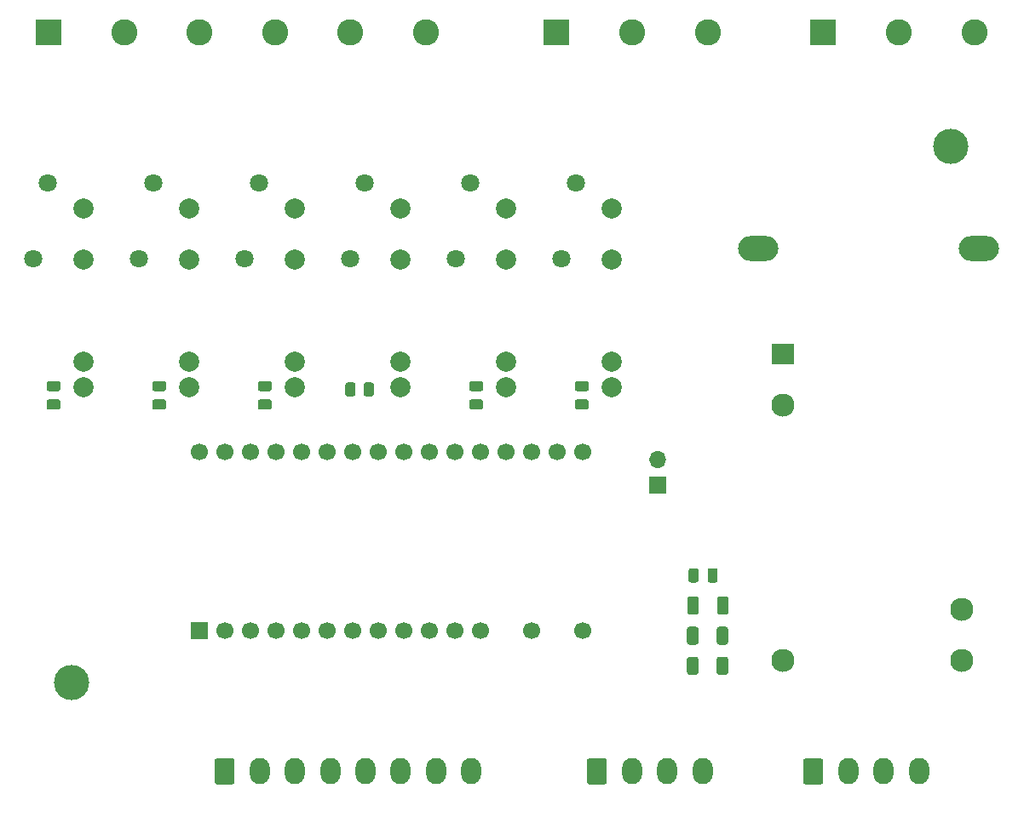
<source format=gbr>
%TF.GenerationSoftware,KiCad,Pcbnew,5.1.7-a382d34a8~87~ubuntu18.04.1*%
%TF.CreationDate,2020-10-18T18:02:23+02:00*%
%TF.ProjectId,thermodrive,74686572-6d6f-4647-9269-76652e6b6963,rev?*%
%TF.SameCoordinates,Original*%
%TF.FileFunction,Soldermask,Bot*%
%TF.FilePolarity,Negative*%
%FSLAX46Y46*%
G04 Gerber Fmt 4.6, Leading zero omitted, Abs format (unit mm)*
G04 Created by KiCad (PCBNEW 5.1.7-a382d34a8~87~ubuntu18.04.1) date 2020-10-18 18:02:23*
%MOMM*%
%LPD*%
G01*
G04 APERTURE LIST*
%ADD10C,3.500000*%
%ADD11C,1.700000*%
%ADD12R,1.700000X1.700000*%
%ADD13O,1.700000X1.700000*%
%ADD14O,2.000000X2.600000*%
%ADD15C,1.800000*%
%ADD16C,2.300000*%
%ADD17R,2.300000X2.000000*%
%ADD18O,4.000000X2.500000*%
%ADD19C,1.998980*%
%ADD20C,2.600000*%
%ADD21R,2.600000X2.600000*%
G04 APERTURE END LIST*
D10*
%TO.C,REF\u002A\u002A*%
X114200000Y-60800000D03*
%TD*%
%TO.C,REF\u002A\u002A*%
X26800000Y-114200000D03*
%TD*%
%TO.C,R4*%
G36*
G01*
X55012500Y-84549998D02*
X55012500Y-85450002D01*
G75*
G02*
X54762502Y-85700000I-249998J0D01*
G01*
X54237498Y-85700000D01*
G75*
G02*
X53987500Y-85450002I0J249998D01*
G01*
X53987500Y-84549998D01*
G75*
G02*
X54237498Y-84300000I249998J0D01*
G01*
X54762502Y-84300000D01*
G75*
G02*
X55012500Y-84549998I0J-249998D01*
G01*
G37*
G36*
G01*
X56837500Y-84549998D02*
X56837500Y-85450002D01*
G75*
G02*
X56587502Y-85700000I-249998J0D01*
G01*
X56062498Y-85700000D01*
G75*
G02*
X55812500Y-85450002I0J249998D01*
G01*
X55812500Y-84549998D01*
G75*
G02*
X56062498Y-84300000I249998J0D01*
G01*
X56587502Y-84300000D01*
G75*
G02*
X56837500Y-84549998I0J-249998D01*
G01*
G37*
%TD*%
D11*
%TO.C,U7*%
X39500000Y-91220000D03*
X42040000Y-91220000D03*
X44580000Y-91220000D03*
X47120000Y-91220000D03*
X49660000Y-91220000D03*
X52200000Y-91220000D03*
X54740000Y-91220000D03*
X57280000Y-91220000D03*
X59820000Y-91220000D03*
X62360000Y-91220000D03*
X64900000Y-91220000D03*
X67440000Y-91220000D03*
X69980000Y-91220000D03*
X72520000Y-91220000D03*
X75060000Y-91220000D03*
X77600000Y-91220000D03*
X77600000Y-109000000D03*
X72520000Y-109000000D03*
X67440000Y-109000000D03*
X64900000Y-109000000D03*
X62360000Y-109000000D03*
X59820000Y-109000000D03*
X57280000Y-109000000D03*
X54740000Y-109000000D03*
X52200000Y-109000000D03*
X49660000Y-109000000D03*
X47120000Y-109000000D03*
X44580000Y-109000000D03*
X42040000Y-109000000D03*
D12*
X39500000Y-109000000D03*
%TD*%
D13*
%TO.C,JP1*%
X85000000Y-91960000D03*
D12*
X85000000Y-94500000D03*
%TD*%
D14*
%TO.C,J6*%
X89500000Y-123000000D03*
X86000000Y-123000000D03*
X82500000Y-123000000D03*
G36*
G01*
X78000000Y-124050000D02*
X78000000Y-121950000D01*
G75*
G02*
X78250000Y-121700000I250000J0D01*
G01*
X79750000Y-121700000D01*
G75*
G02*
X80000000Y-121950000I0J-250000D01*
G01*
X80000000Y-124050000D01*
G75*
G02*
X79750000Y-124300000I-250000J0D01*
G01*
X78250000Y-124300000D01*
G75*
G02*
X78000000Y-124050000I0J250000D01*
G01*
G37*
%TD*%
%TO.C,C4*%
G36*
G01*
X89100000Y-108849999D02*
X89100000Y-110150001D01*
G75*
G02*
X88850001Y-110400000I-249999J0D01*
G01*
X88199999Y-110400000D01*
G75*
G02*
X87950000Y-110150001I0J249999D01*
G01*
X87950000Y-108849999D01*
G75*
G02*
X88199999Y-108600000I249999J0D01*
G01*
X88850001Y-108600000D01*
G75*
G02*
X89100000Y-108849999I0J-249999D01*
G01*
G37*
G36*
G01*
X92050000Y-108849999D02*
X92050000Y-110150001D01*
G75*
G02*
X91800001Y-110400000I-249999J0D01*
G01*
X91149999Y-110400000D01*
G75*
G02*
X90900000Y-110150001I0J249999D01*
G01*
X90900000Y-108849999D01*
G75*
G02*
X91149999Y-108600000I249999J0D01*
G01*
X91800001Y-108600000D01*
G75*
G02*
X92050000Y-108849999I0J-249999D01*
G01*
G37*
%TD*%
%TO.C,C3*%
G36*
G01*
X89100000Y-111849999D02*
X89100000Y-113150001D01*
G75*
G02*
X88850001Y-113400000I-249999J0D01*
G01*
X88199999Y-113400000D01*
G75*
G02*
X87950000Y-113150001I0J249999D01*
G01*
X87950000Y-111849999D01*
G75*
G02*
X88199999Y-111600000I249999J0D01*
G01*
X88850001Y-111600000D01*
G75*
G02*
X89100000Y-111849999I0J-249999D01*
G01*
G37*
G36*
G01*
X92050000Y-111849999D02*
X92050000Y-113150001D01*
G75*
G02*
X91800001Y-113400000I-249999J0D01*
G01*
X91149999Y-113400000D01*
G75*
G02*
X90900000Y-113150001I0J249999D01*
G01*
X90900000Y-111849999D01*
G75*
G02*
X91149999Y-111600000I249999J0D01*
G01*
X91800001Y-111600000D01*
G75*
G02*
X92050000Y-111849999I0J-249999D01*
G01*
G37*
%TD*%
%TO.C,C2*%
G36*
G01*
X89125000Y-105849999D02*
X89125000Y-107150001D01*
G75*
G02*
X88875001Y-107400000I-249999J0D01*
G01*
X88224999Y-107400000D01*
G75*
G02*
X87975000Y-107150001I0J249999D01*
G01*
X87975000Y-105849999D01*
G75*
G02*
X88224999Y-105600000I249999J0D01*
G01*
X88875001Y-105600000D01*
G75*
G02*
X89125000Y-105849999I0J-249999D01*
G01*
G37*
G36*
G01*
X92075000Y-105849999D02*
X92075000Y-107150001D01*
G75*
G02*
X91825001Y-107400000I-249999J0D01*
G01*
X91174999Y-107400000D01*
G75*
G02*
X90925000Y-107150001I0J249999D01*
G01*
X90925000Y-105849999D01*
G75*
G02*
X91174999Y-105600000I249999J0D01*
G01*
X91825001Y-105600000D01*
G75*
G02*
X92075000Y-105849999I0J-249999D01*
G01*
G37*
%TD*%
D15*
%TO.C,RV6*%
X76900000Y-64500000D03*
X75500000Y-72000000D03*
%TD*%
D16*
%TO.C,PS1*%
X115280000Y-106900000D03*
X115280000Y-111980000D03*
X97500000Y-86580000D03*
D17*
X97500000Y-81500000D03*
D16*
X97500000Y-111980000D03*
%TD*%
D14*
%TO.C,J5*%
X66500000Y-123000000D03*
X63000000Y-123000000D03*
X59500000Y-123000000D03*
X56000000Y-123000000D03*
X52500000Y-123000000D03*
X49000000Y-123000000D03*
X45500000Y-123000000D03*
G36*
G01*
X41000000Y-124050000D02*
X41000000Y-121950000D01*
G75*
G02*
X41250000Y-121700000I250000J0D01*
G01*
X42750000Y-121700000D01*
G75*
G02*
X43000000Y-121950000I0J-250000D01*
G01*
X43000000Y-124050000D01*
G75*
G02*
X42750000Y-124300000I-250000J0D01*
G01*
X41250000Y-124300000D01*
G75*
G02*
X41000000Y-124050000I0J250000D01*
G01*
G37*
%TD*%
%TO.C,J4*%
X111000000Y-123000000D03*
X107500000Y-123000000D03*
X104000000Y-123000000D03*
G36*
G01*
X99500000Y-124050000D02*
X99500000Y-121950000D01*
G75*
G02*
X99750000Y-121700000I250000J0D01*
G01*
X101250000Y-121700000D01*
G75*
G02*
X101500000Y-121950000I0J-250000D01*
G01*
X101500000Y-124050000D01*
G75*
G02*
X101250000Y-124300000I-250000J0D01*
G01*
X99750000Y-124300000D01*
G75*
G02*
X99500000Y-124050000I0J250000D01*
G01*
G37*
%TD*%
D18*
%TO.C,F1*%
X117000000Y-71000000D03*
X95000000Y-71000000D03*
%TD*%
%TO.C,C1*%
G36*
G01*
X89100000Y-103025000D02*
X89100000Y-103975000D01*
G75*
G02*
X88850000Y-104225000I-250000J0D01*
G01*
X88350000Y-104225000D01*
G75*
G02*
X88100000Y-103975000I0J250000D01*
G01*
X88100000Y-103025000D01*
G75*
G02*
X88350000Y-102775000I250000J0D01*
G01*
X88850000Y-102775000D01*
G75*
G02*
X89100000Y-103025000I0J-250000D01*
G01*
G37*
G36*
G01*
X91000000Y-103025000D02*
X91000000Y-103975000D01*
G75*
G02*
X90750000Y-104225000I-250000J0D01*
G01*
X90250000Y-104225000D01*
G75*
G02*
X90000000Y-103975000I0J250000D01*
G01*
X90000000Y-103025000D01*
G75*
G02*
X90250000Y-102775000I250000J0D01*
G01*
X90750000Y-102775000D01*
G75*
G02*
X91000000Y-103025000I0J-250000D01*
G01*
G37*
%TD*%
D19*
%TO.C,U6*%
X80500000Y-67000000D03*
X80500000Y-72080000D03*
X80500000Y-82240000D03*
X80500000Y-84780000D03*
%TD*%
%TO.C,U5*%
X70000000Y-67000000D03*
X70000000Y-72080000D03*
X70000000Y-82240000D03*
X70000000Y-84780000D03*
%TD*%
%TO.C,U4*%
X59500000Y-67000000D03*
X59500000Y-72080000D03*
X59500000Y-82240000D03*
X59500000Y-84780000D03*
%TD*%
%TO.C,U3*%
X49000000Y-67000000D03*
X49000000Y-72080000D03*
X49000000Y-82240000D03*
X49000000Y-84780000D03*
%TD*%
%TO.C,U2*%
X38500000Y-67000000D03*
X38500000Y-72080000D03*
X38500000Y-82240000D03*
X38500000Y-84780000D03*
%TD*%
%TO.C,U1*%
X28000000Y-67000000D03*
X28000000Y-72080000D03*
X28000000Y-82240000D03*
X28000000Y-84780000D03*
%TD*%
D15*
%TO.C,RV5*%
X66400000Y-64500000D03*
X65000000Y-72000000D03*
%TD*%
%TO.C,RV4*%
X55900000Y-64500000D03*
X54500000Y-72000000D03*
%TD*%
%TO.C,RV3*%
X45400000Y-64500000D03*
X44000000Y-72000000D03*
%TD*%
%TO.C,RV2*%
X34900000Y-64500000D03*
X33500000Y-72000000D03*
%TD*%
%TO.C,RV1*%
X24400000Y-64500000D03*
X23000000Y-72000000D03*
%TD*%
%TO.C,R6*%
G36*
G01*
X77049998Y-85987500D02*
X77950002Y-85987500D01*
G75*
G02*
X78200000Y-86237498I0J-249998D01*
G01*
X78200000Y-86762502D01*
G75*
G02*
X77950002Y-87012500I-249998J0D01*
G01*
X77049998Y-87012500D01*
G75*
G02*
X76800000Y-86762502I0J249998D01*
G01*
X76800000Y-86237498D01*
G75*
G02*
X77049998Y-85987500I249998J0D01*
G01*
G37*
G36*
G01*
X77049998Y-84162500D02*
X77950002Y-84162500D01*
G75*
G02*
X78200000Y-84412498I0J-249998D01*
G01*
X78200000Y-84937502D01*
G75*
G02*
X77950002Y-85187500I-249998J0D01*
G01*
X77049998Y-85187500D01*
G75*
G02*
X76800000Y-84937502I0J249998D01*
G01*
X76800000Y-84412498D01*
G75*
G02*
X77049998Y-84162500I249998J0D01*
G01*
G37*
%TD*%
%TO.C,R5*%
G36*
G01*
X66549998Y-85987500D02*
X67450002Y-85987500D01*
G75*
G02*
X67700000Y-86237498I0J-249998D01*
G01*
X67700000Y-86762502D01*
G75*
G02*
X67450002Y-87012500I-249998J0D01*
G01*
X66549998Y-87012500D01*
G75*
G02*
X66300000Y-86762502I0J249998D01*
G01*
X66300000Y-86237498D01*
G75*
G02*
X66549998Y-85987500I249998J0D01*
G01*
G37*
G36*
G01*
X66549998Y-84162500D02*
X67450002Y-84162500D01*
G75*
G02*
X67700000Y-84412498I0J-249998D01*
G01*
X67700000Y-84937502D01*
G75*
G02*
X67450002Y-85187500I-249998J0D01*
G01*
X66549998Y-85187500D01*
G75*
G02*
X66300000Y-84937502I0J249998D01*
G01*
X66300000Y-84412498D01*
G75*
G02*
X66549998Y-84162500I249998J0D01*
G01*
G37*
%TD*%
%TO.C,R3*%
G36*
G01*
X45549998Y-85987500D02*
X46450002Y-85987500D01*
G75*
G02*
X46700000Y-86237498I0J-249998D01*
G01*
X46700000Y-86762502D01*
G75*
G02*
X46450002Y-87012500I-249998J0D01*
G01*
X45549998Y-87012500D01*
G75*
G02*
X45300000Y-86762502I0J249998D01*
G01*
X45300000Y-86237498D01*
G75*
G02*
X45549998Y-85987500I249998J0D01*
G01*
G37*
G36*
G01*
X45549998Y-84162500D02*
X46450002Y-84162500D01*
G75*
G02*
X46700000Y-84412498I0J-249998D01*
G01*
X46700000Y-84937502D01*
G75*
G02*
X46450002Y-85187500I-249998J0D01*
G01*
X45549998Y-85187500D01*
G75*
G02*
X45300000Y-84937502I0J249998D01*
G01*
X45300000Y-84412498D01*
G75*
G02*
X45549998Y-84162500I249998J0D01*
G01*
G37*
%TD*%
%TO.C,R2*%
G36*
G01*
X35049998Y-85987500D02*
X35950002Y-85987500D01*
G75*
G02*
X36200000Y-86237498I0J-249998D01*
G01*
X36200000Y-86762502D01*
G75*
G02*
X35950002Y-87012500I-249998J0D01*
G01*
X35049998Y-87012500D01*
G75*
G02*
X34800000Y-86762502I0J249998D01*
G01*
X34800000Y-86237498D01*
G75*
G02*
X35049998Y-85987500I249998J0D01*
G01*
G37*
G36*
G01*
X35049998Y-84162500D02*
X35950002Y-84162500D01*
G75*
G02*
X36200000Y-84412498I0J-249998D01*
G01*
X36200000Y-84937502D01*
G75*
G02*
X35950002Y-85187500I-249998J0D01*
G01*
X35049998Y-85187500D01*
G75*
G02*
X34800000Y-84937502I0J249998D01*
G01*
X34800000Y-84412498D01*
G75*
G02*
X35049998Y-84162500I249998J0D01*
G01*
G37*
%TD*%
%TO.C,R1*%
G36*
G01*
X25450002Y-85187500D02*
X24549998Y-85187500D01*
G75*
G02*
X24300000Y-84937502I0J249998D01*
G01*
X24300000Y-84412498D01*
G75*
G02*
X24549998Y-84162500I249998J0D01*
G01*
X25450002Y-84162500D01*
G75*
G02*
X25700000Y-84412498I0J-249998D01*
G01*
X25700000Y-84937502D01*
G75*
G02*
X25450002Y-85187500I-249998J0D01*
G01*
G37*
G36*
G01*
X25450002Y-87012500D02*
X24549998Y-87012500D01*
G75*
G02*
X24300000Y-86762502I0J249998D01*
G01*
X24300000Y-86237498D01*
G75*
G02*
X24549998Y-85987500I249998J0D01*
G01*
X25450002Y-85987500D01*
G75*
G02*
X25700000Y-86237498I0J-249998D01*
G01*
X25700000Y-86762502D01*
G75*
G02*
X25450002Y-87012500I-249998J0D01*
G01*
G37*
%TD*%
D20*
%TO.C,J3*%
X90000000Y-49500000D03*
X82500000Y-49500000D03*
D21*
X75000000Y-49500000D03*
%TD*%
D20*
%TO.C,J2*%
X62000000Y-49500000D03*
X54500000Y-49500000D03*
X47000000Y-49500000D03*
X39500000Y-49500000D03*
X32000000Y-49500000D03*
D21*
X24500000Y-49500000D03*
%TD*%
D20*
%TO.C,J1*%
X116500000Y-49500000D03*
X109000000Y-49500000D03*
D21*
X101500000Y-49500000D03*
%TD*%
M02*

</source>
